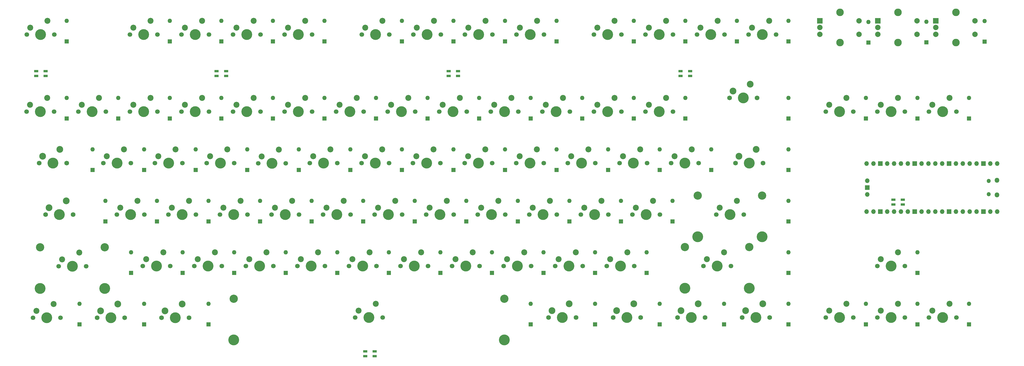
<source format=gbr>
%TF.GenerationSoftware,KiCad,Pcbnew,9.0.0*%
%TF.CreationDate,2025-03-26T17:33:27+05:30*%
%TF.ProjectId,RoyBoard,526f7942-6f61-4726-942e-6b696361645f,rev?*%
%TF.SameCoordinates,Original*%
%TF.FileFunction,Soldermask,Top*%
%TF.FilePolarity,Negative*%
%FSLAX46Y46*%
G04 Gerber Fmt 4.6, Leading zero omitted, Abs format (unit mm)*
G04 Created by KiCad (PCBNEW 9.0.0) date 2025-03-26 17:33:27*
%MOMM*%
%LPD*%
G01*
G04 APERTURE LIST*
%ADD10R,1.600000X0.850000*%
%ADD11C,3.050000*%
%ADD12C,4.000000*%
%ADD13C,1.700000*%
%ADD14C,2.200000*%
%ADD15C,1.750000*%
%ADD16C,2.500000*%
%ADD17R,2.000000X2.000000*%
%ADD18C,2.000000*%
%ADD19C,2.800000*%
%ADD20R,1.600000X1.600000*%
%ADD21O,1.600000X1.600000*%
%ADD22O,1.800000X1.800000*%
%ADD23O,1.500000X1.500000*%
%ADD24O,1.700000X1.700000*%
%ADD25R,1.700000X1.700000*%
G04 APERTURE END LIST*
D10*
%TO.C,D90*%
X171365000Y-162715000D03*
X171365000Y-164465000D03*
X167865000Y-164465000D03*
X167865000Y-162715000D03*
%TD*%
D11*
%TO.C,SW70*%
X119235000Y-143200000D03*
D12*
X119235000Y-158440000D03*
D13*
X164155000Y-150200000D03*
D12*
X169235000Y-150200000D03*
D13*
X174315000Y-150200000D03*
D11*
X219235000Y-143200000D03*
D12*
X219235000Y-158440000D03*
D14*
X171775000Y-145120000D03*
X165425000Y-147660000D03*
%TD*%
D13*
%TO.C,SW10*%
X252340000Y-45405000D03*
D12*
X257420000Y-45405000D03*
D13*
X262500000Y-45405000D03*
D14*
X259960000Y-40325000D03*
X253610000Y-42865000D03*
%TD*%
D15*
%TO.C,SW27*%
X302485000Y-68870000D03*
D12*
X307565000Y-68870000D03*
D15*
X312645000Y-68870000D03*
D16*
X303755000Y-66330000D03*
X310105000Y-63790000D03*
%TD*%
D13*
%TO.C,SW58*%
X123752500Y-131130000D03*
D12*
X128832500Y-131130000D03*
D13*
X133912500Y-131130000D03*
D14*
X131372500Y-126050000D03*
X125022500Y-128590000D03*
%TD*%
D15*
%TO.C,SW73*%
X283267500Y-150140000D03*
D12*
X288347500Y-150140000D03*
D15*
X293427500Y-150140000D03*
D16*
X284537500Y-147600000D03*
X290887500Y-145060000D03*
%TD*%
D10*
%TO.C,D86*%
X46278750Y-58976250D03*
X46278750Y-60726250D03*
X49778750Y-60726250D03*
X49778750Y-58976250D03*
%TD*%
D13*
%TO.C,SW57*%
X104702500Y-131130000D03*
D12*
X109782500Y-131130000D03*
D13*
X114862500Y-131130000D03*
D14*
X112322500Y-126050000D03*
X105972500Y-128590000D03*
%TD*%
D13*
%TO.C,SW61*%
X180902500Y-131130000D03*
D12*
X185982500Y-131130000D03*
D13*
X191062500Y-131130000D03*
D14*
X188522500Y-126050000D03*
X182172500Y-128590000D03*
%TD*%
D13*
%TO.C,SW53*%
X266627500Y-112080000D03*
D12*
X271707500Y-112080000D03*
D13*
X276787500Y-112080000D03*
D14*
X274247500Y-107000000D03*
X267897500Y-109540000D03*
%TD*%
D15*
%TO.C,SW41*%
X304725000Y-92995000D03*
D12*
X309805000Y-92995000D03*
D15*
X314885000Y-92995000D03*
D16*
X305995000Y-90455000D03*
X312345000Y-87915000D03*
%TD*%
D13*
%TO.C,SW80*%
X357115000Y-150180000D03*
D12*
X362195000Y-150180000D03*
D13*
X367275000Y-150180000D03*
D14*
X364735000Y-145100000D03*
X358385000Y-147640000D03*
%TD*%
D13*
%TO.C,SW78*%
X357115000Y-131130000D03*
D12*
X362195000Y-131130000D03*
D13*
X367275000Y-131130000D03*
D14*
X364735000Y-126050000D03*
X358385000Y-128590000D03*
%TD*%
D13*
%TO.C,SW43*%
X76127500Y-112080000D03*
D12*
X81207500Y-112080000D03*
D13*
X86287500Y-112080000D03*
D14*
X83747500Y-107000000D03*
X77397500Y-109540000D03*
%TD*%
D13*
%TO.C,SW40*%
X280895000Y-93025000D03*
D12*
X285975000Y-93025000D03*
D13*
X291055000Y-93025000D03*
D14*
X288515000Y-87945000D03*
X282165000Y-90485000D03*
%TD*%
D13*
%TO.C,SW24*%
X233290000Y-73980000D03*
D12*
X238370000Y-73980000D03*
D13*
X243450000Y-73980000D03*
D14*
X240910000Y-68900000D03*
X234560000Y-71440000D03*
%TD*%
D13*
%TO.C,SW14*%
X42767500Y-73950000D03*
D12*
X47847500Y-73950000D03*
D13*
X52927500Y-73950000D03*
D14*
X50387500Y-68870000D03*
X44037500Y-71410000D03*
%TD*%
D13*
%TO.C,SW46*%
X133277500Y-112080000D03*
D12*
X138357500Y-112080000D03*
D13*
X143437500Y-112080000D03*
D14*
X140897500Y-107000000D03*
X134547500Y-109540000D03*
%TD*%
D13*
%TO.C,SW33*%
X147405000Y-93055000D03*
D12*
X152485000Y-93055000D03*
D13*
X157565000Y-93055000D03*
D14*
X155025000Y-87975000D03*
X148675000Y-90515000D03*
%TD*%
D13*
%TO.C,SW31*%
X109255000Y-93025000D03*
D12*
X114335000Y-93025000D03*
D13*
X119415000Y-93025000D03*
D14*
X116875000Y-87945000D03*
X110525000Y-90485000D03*
%TD*%
D11*
%TO.C,SW54*%
X290735000Y-105080000D03*
D12*
X290735000Y-120320000D03*
D13*
X297555000Y-112080000D03*
D12*
X302635000Y-112080000D03*
D13*
X307715000Y-112080000D03*
D11*
X314535000Y-105080000D03*
D12*
X314535000Y-120320000D03*
D14*
X305175000Y-107000000D03*
X298825000Y-109540000D03*
%TD*%
D13*
%TO.C,SW30*%
X90175000Y-93045000D03*
D12*
X95255000Y-93045000D03*
D13*
X100335000Y-93045000D03*
D14*
X97795000Y-87965000D03*
X91445000Y-90505000D03*
%TD*%
D13*
%TO.C,SW19*%
X138035000Y-74005000D03*
D12*
X143115000Y-74005000D03*
D13*
X148195000Y-74005000D03*
D14*
X145655000Y-68925000D03*
X139305000Y-71465000D03*
%TD*%
D13*
%TO.C,SW47*%
X152327500Y-112080000D03*
D12*
X157407500Y-112080000D03*
D13*
X162487500Y-112080000D03*
D14*
X159947500Y-107000000D03*
X153597500Y-109540000D03*
%TD*%
D17*
%TO.C,SW84*%
X378666250Y-40325000D03*
D18*
X378666250Y-45325000D03*
X378666250Y-42825000D03*
D19*
X386166250Y-37225000D03*
X386166250Y-48425000D03*
D18*
X393166250Y-40325000D03*
X393166250Y-45325000D03*
%TD*%
D13*
%TO.C,SW1*%
X42790000Y-45405000D03*
D12*
X47870000Y-45405000D03*
D13*
X52950000Y-45405000D03*
D14*
X50410000Y-40325000D03*
X44060000Y-42865000D03*
%TD*%
D13*
%TO.C,SW81*%
X376165000Y-150180000D03*
D12*
X381245000Y-150180000D03*
D13*
X386325000Y-150180000D03*
D14*
X383785000Y-145100000D03*
X377435000Y-147640000D03*
%TD*%
D13*
%TO.C,SW75*%
X338065000Y-73980000D03*
D12*
X343145000Y-73980000D03*
D13*
X348225000Y-73980000D03*
D14*
X345685000Y-68900000D03*
X339335000Y-71440000D03*
%TD*%
D10*
%TO.C,D85*%
X362985000Y-106601250D03*
X362985000Y-108351250D03*
X366485000Y-108351250D03*
X366485000Y-106601250D03*
%TD*%
D13*
%TO.C,SW44*%
X95177500Y-112080000D03*
D12*
X100257500Y-112080000D03*
D13*
X105337500Y-112080000D03*
D14*
X102797500Y-107000000D03*
X96447500Y-109540000D03*
%TD*%
D13*
%TO.C,SW25*%
X252340000Y-73980000D03*
D12*
X257420000Y-73980000D03*
D13*
X262500000Y-73980000D03*
D14*
X259960000Y-68900000D03*
X253610000Y-71440000D03*
%TD*%
D13*
%TO.C,SW3*%
X99940000Y-45405000D03*
D12*
X105020000Y-45405000D03*
D13*
X110100000Y-45405000D03*
D14*
X107560000Y-40325000D03*
X101210000Y-42865000D03*
%TD*%
D13*
%TO.C,SW35*%
X185515000Y-93045000D03*
D12*
X190595000Y-93045000D03*
D13*
X195675000Y-93045000D03*
D14*
X193135000Y-87965000D03*
X186785000Y-90505000D03*
%TD*%
D13*
%TO.C,SW56*%
X85652500Y-131130000D03*
D12*
X90732500Y-131130000D03*
D13*
X95812500Y-131130000D03*
D14*
X93272500Y-126050000D03*
X86922500Y-128590000D03*
%TD*%
D13*
%TO.C,SW67*%
X45075000Y-150250000D03*
D12*
X50155000Y-150250000D03*
D13*
X55235000Y-150250000D03*
D14*
X52695000Y-145170000D03*
X46345000Y-147710000D03*
%TD*%
D13*
%TO.C,SW60*%
X161852500Y-131130000D03*
D12*
X166932500Y-131130000D03*
D13*
X172012500Y-131130000D03*
D14*
X169472500Y-126050000D03*
X163122500Y-128590000D03*
%TD*%
D13*
%TO.C,SW7*%
X185665000Y-45405000D03*
D12*
X190745000Y-45405000D03*
D13*
X195825000Y-45405000D03*
D14*
X193285000Y-40325000D03*
X186935000Y-42865000D03*
%TD*%
D13*
%TO.C,SW2*%
X80890000Y-45405000D03*
D12*
X85970000Y-45405000D03*
D13*
X91050000Y-45405000D03*
D14*
X88510000Y-40325000D03*
X82160000Y-42865000D03*
%TD*%
D13*
%TO.C,SW77*%
X376165000Y-73980000D03*
D12*
X381245000Y-73980000D03*
D13*
X386325000Y-73980000D03*
D14*
X383785000Y-68900000D03*
X377435000Y-71440000D03*
%TD*%
D15*
%TO.C,SW72*%
X259487500Y-150160000D03*
D12*
X264567500Y-150160000D03*
D15*
X269647500Y-150160000D03*
D16*
X260757500Y-147620000D03*
X267107500Y-145080000D03*
%TD*%
D15*
%TO.C,SW42*%
X49775000Y-112095000D03*
D12*
X54855000Y-112095000D03*
D15*
X59935000Y-112095000D03*
D16*
X51045000Y-109555000D03*
X57395000Y-107015000D03*
%TD*%
D13*
%TO.C,SW79*%
X338065000Y-150180000D03*
D12*
X343145000Y-150180000D03*
D13*
X348225000Y-150180000D03*
D14*
X345685000Y-145100000D03*
X339335000Y-147640000D03*
%TD*%
D13*
%TO.C,SW13*%
X309490000Y-45405000D03*
D12*
X314570000Y-45405000D03*
D13*
X319650000Y-45405000D03*
D14*
X317110000Y-40325000D03*
X310760000Y-42865000D03*
%TD*%
D15*
%TO.C,SW28*%
X47385000Y-93055000D03*
D12*
X52465000Y-93055000D03*
D15*
X57545000Y-93055000D03*
D16*
X48655000Y-90515000D03*
X55005000Y-87975000D03*
%TD*%
D13*
%TO.C,SW9*%
X223765000Y-45405000D03*
D12*
X228845000Y-45405000D03*
D13*
X233925000Y-45405000D03*
D14*
X231385000Y-40325000D03*
X225035000Y-42865000D03*
%TD*%
D13*
%TO.C,SW18*%
X118990000Y-73980000D03*
D12*
X124070000Y-73980000D03*
D13*
X129150000Y-73980000D03*
D14*
X126610000Y-68900000D03*
X120260000Y-71440000D03*
%TD*%
D13*
%TO.C,SW12*%
X290440000Y-45405000D03*
D12*
X295520000Y-45405000D03*
D13*
X300600000Y-45405000D03*
D14*
X298060000Y-40325000D03*
X291710000Y-42865000D03*
%TD*%
D13*
%TO.C,SW50*%
X209477500Y-112080000D03*
D12*
X214557500Y-112080000D03*
D13*
X219637500Y-112080000D03*
D14*
X217097500Y-107000000D03*
X210747500Y-109540000D03*
%TD*%
D13*
%TO.C,SW63*%
X219002500Y-131130000D03*
D12*
X224082500Y-131130000D03*
D13*
X229162500Y-131130000D03*
D14*
X226622500Y-126050000D03*
X220272500Y-128590000D03*
%TD*%
D13*
%TO.C,SW59*%
X142802500Y-131130000D03*
D12*
X147882500Y-131130000D03*
D13*
X152962500Y-131130000D03*
D14*
X150422500Y-126050000D03*
X144072500Y-128590000D03*
%TD*%
D13*
%TO.C,SW21*%
X176140000Y-73980000D03*
D12*
X181220000Y-73980000D03*
D13*
X186300000Y-73980000D03*
D14*
X183760000Y-68900000D03*
X177410000Y-71440000D03*
%TD*%
D10*
%TO.C,D89*%
X284403750Y-58976250D03*
X284403750Y-60726250D03*
X287903750Y-60726250D03*
X287903750Y-58976250D03*
%TD*%
%TO.C,D88*%
X198678750Y-58976250D03*
X198678750Y-60726250D03*
X202178750Y-60726250D03*
X202178750Y-58976250D03*
%TD*%
D13*
%TO.C,SW16*%
X80890000Y-73980000D03*
D12*
X85970000Y-73980000D03*
D13*
X91050000Y-73980000D03*
D14*
X88510000Y-68900000D03*
X82160000Y-71440000D03*
%TD*%
D13*
%TO.C,SW29*%
X71135000Y-93045000D03*
D12*
X76215000Y-93045000D03*
D13*
X81295000Y-93045000D03*
D14*
X78755000Y-87965000D03*
X72405000Y-90505000D03*
%TD*%
D15*
%TO.C,SW68*%
X68797500Y-150220000D03*
D12*
X73877500Y-150220000D03*
D15*
X78957500Y-150220000D03*
D16*
X70067500Y-147680000D03*
X76417500Y-145140000D03*
%TD*%
D15*
%TO.C,SW74*%
X307107500Y-150150000D03*
D12*
X312187500Y-150150000D03*
D15*
X317267500Y-150150000D03*
D16*
X308377500Y-147610000D03*
X314727500Y-145070000D03*
%TD*%
D13*
%TO.C,SW65*%
X257102500Y-131130000D03*
D12*
X262182500Y-131130000D03*
D13*
X267262500Y-131130000D03*
D14*
X264722500Y-126050000D03*
X258372500Y-128590000D03*
%TD*%
D13*
%TO.C,SW49*%
X190427500Y-112080000D03*
D12*
X195507500Y-112080000D03*
D13*
X200587500Y-112080000D03*
D14*
X198047500Y-107000000D03*
X191697500Y-109540000D03*
%TD*%
D13*
%TO.C,SW34*%
X166475000Y-93055000D03*
D12*
X171555000Y-93055000D03*
D13*
X176635000Y-93055000D03*
D14*
X174095000Y-87975000D03*
X167745000Y-90515000D03*
%TD*%
D13*
%TO.C,SW37*%
X223675000Y-93035000D03*
D12*
X228755000Y-93035000D03*
D13*
X233835000Y-93035000D03*
D14*
X231295000Y-87955000D03*
X224945000Y-90495000D03*
%TD*%
D13*
%TO.C,SW38*%
X242735000Y-93035000D03*
D12*
X247815000Y-93035000D03*
D13*
X252895000Y-93035000D03*
D14*
X250355000Y-87955000D03*
X244005000Y-90495000D03*
%TD*%
D13*
%TO.C,SW45*%
X114227500Y-112080000D03*
D12*
X119307500Y-112080000D03*
D13*
X124387500Y-112080000D03*
D14*
X121847500Y-107000000D03*
X115497500Y-109540000D03*
%TD*%
D11*
%TO.C,SW66*%
X285975000Y-124120000D03*
D12*
X285975000Y-139360000D03*
D13*
X292795000Y-131120000D03*
D12*
X297875000Y-131120000D03*
D13*
X302955000Y-131120000D03*
D11*
X309775000Y-124120000D03*
D12*
X309775000Y-139360000D03*
D14*
X300415000Y-126040000D03*
X294065000Y-128580000D03*
%TD*%
D13*
%TO.C,SW17*%
X99940000Y-73980000D03*
D12*
X105020000Y-73980000D03*
D13*
X110100000Y-73980000D03*
D14*
X107560000Y-68900000D03*
X101210000Y-71440000D03*
%TD*%
D13*
%TO.C,SW64*%
X238052500Y-131130000D03*
D12*
X243132500Y-131130000D03*
D13*
X248212500Y-131130000D03*
D14*
X245672500Y-126050000D03*
X239322500Y-128590000D03*
%TD*%
D10*
%TO.C,D87*%
X112953750Y-58976250D03*
X112953750Y-60726250D03*
X116453750Y-60726250D03*
X116453750Y-58976250D03*
%TD*%
D17*
%TO.C,SW83*%
X357235000Y-40325000D03*
D18*
X357235000Y-45325000D03*
X357235000Y-42825000D03*
D19*
X364735000Y-37225000D03*
X364735000Y-48425000D03*
D18*
X371735000Y-40325000D03*
X371735000Y-45325000D03*
%TD*%
D13*
%TO.C,SW6*%
X166615000Y-45405000D03*
D12*
X171695000Y-45405000D03*
D13*
X176775000Y-45405000D03*
D14*
X174235000Y-40325000D03*
X167885000Y-42865000D03*
%TD*%
D13*
%TO.C,SW15*%
X61840000Y-73980000D03*
D12*
X66920000Y-73980000D03*
D13*
X72000000Y-73980000D03*
D14*
X69460000Y-68900000D03*
X63110000Y-71440000D03*
%TD*%
D13*
%TO.C,SW26*%
X271390000Y-73980000D03*
D12*
X276470000Y-73980000D03*
D13*
X281550000Y-73980000D03*
D14*
X279010000Y-68900000D03*
X272660000Y-71440000D03*
%TD*%
D13*
%TO.C,SW8*%
X204715000Y-45405000D03*
D12*
X209795000Y-45405000D03*
D13*
X214875000Y-45405000D03*
D14*
X212335000Y-40325000D03*
X205985000Y-42865000D03*
%TD*%
D15*
%TO.C,SW69*%
X92637500Y-150220000D03*
D12*
X97717500Y-150220000D03*
D15*
X102797500Y-150220000D03*
D16*
X93907500Y-147680000D03*
X100257500Y-145140000D03*
%TD*%
D13*
%TO.C,SW48*%
X171377500Y-112080000D03*
D12*
X176457500Y-112080000D03*
D13*
X181537500Y-112080000D03*
D14*
X178997500Y-107000000D03*
X172647500Y-109540000D03*
%TD*%
D13*
%TO.C,SW39*%
X261825000Y-93025000D03*
D12*
X266905000Y-93025000D03*
D13*
X271985000Y-93025000D03*
D14*
X269445000Y-87945000D03*
X263095000Y-90485000D03*
%TD*%
D13*
%TO.C,SW4*%
X118990000Y-45405000D03*
D12*
X124070000Y-45405000D03*
D13*
X129150000Y-45405000D03*
D14*
X126610000Y-40325000D03*
X120260000Y-42865000D03*
%TD*%
D15*
%TO.C,SW71*%
X235637500Y-150180000D03*
D12*
X240717500Y-150180000D03*
D15*
X245797500Y-150180000D03*
D16*
X236907500Y-147640000D03*
X243257500Y-145100000D03*
%TD*%
D13*
%TO.C,SW52*%
X247577500Y-112080000D03*
D12*
X252657500Y-112080000D03*
D13*
X257737500Y-112080000D03*
D14*
X255197500Y-107000000D03*
X248847500Y-109540000D03*
%TD*%
D13*
%TO.C,SW23*%
X214240000Y-73980000D03*
D12*
X219320000Y-73980000D03*
D13*
X224400000Y-73980000D03*
D14*
X221860000Y-68900000D03*
X215510000Y-71440000D03*
%TD*%
D13*
%TO.C,SW76*%
X357115000Y-73980000D03*
D12*
X362195000Y-73980000D03*
D13*
X367275000Y-73980000D03*
D14*
X364735000Y-68900000D03*
X358385000Y-71440000D03*
%TD*%
D17*
%TO.C,SW82*%
X335803750Y-40325000D03*
D18*
X335803750Y-45325000D03*
X335803750Y-42825000D03*
D19*
X343303750Y-37225000D03*
X343303750Y-48425000D03*
D18*
X350303750Y-40325000D03*
X350303750Y-45325000D03*
%TD*%
D13*
%TO.C,SW22*%
X195190000Y-73980000D03*
D12*
X200270000Y-73980000D03*
D13*
X205350000Y-73980000D03*
D14*
X202810000Y-68900000D03*
X196460000Y-71440000D03*
%TD*%
D13*
%TO.C,SW62*%
X199952500Y-131130000D03*
D12*
X205032500Y-131130000D03*
D13*
X210112500Y-131130000D03*
D14*
X207572500Y-126050000D03*
X201222500Y-128590000D03*
%TD*%
D13*
%TO.C,SW51*%
X228527500Y-112080000D03*
D12*
X233607500Y-112080000D03*
D13*
X238687500Y-112080000D03*
D14*
X236147500Y-107000000D03*
X229797500Y-109540000D03*
%TD*%
D13*
%TO.C,SW20*%
X157090000Y-73980000D03*
D12*
X162170000Y-73980000D03*
D13*
X167250000Y-73980000D03*
D14*
X164710000Y-68900000D03*
X158360000Y-71440000D03*
%TD*%
D11*
%TO.C,SW55*%
X47765000Y-124200000D03*
D12*
X47765000Y-139440000D03*
D13*
X54585000Y-131200000D03*
D12*
X59665000Y-131200000D03*
D13*
X64745000Y-131200000D03*
D11*
X71565000Y-124200000D03*
D12*
X71565000Y-139440000D03*
D14*
X62205000Y-126120000D03*
X55855000Y-128660000D03*
%TD*%
D13*
%TO.C,SW36*%
X204585000Y-93045000D03*
D12*
X209665000Y-93045000D03*
D13*
X214745000Y-93045000D03*
D14*
X212205000Y-87965000D03*
X205855000Y-90505000D03*
%TD*%
D13*
%TO.C,SW11*%
X271390000Y-45405000D03*
D12*
X276470000Y-45405000D03*
D13*
X281550000Y-45405000D03*
D14*
X279010000Y-40325000D03*
X272660000Y-42865000D03*
%TD*%
D13*
%TO.C,SW5*%
X138040000Y-45405000D03*
D12*
X143120000Y-45405000D03*
D13*
X148200000Y-45405000D03*
D14*
X145660000Y-40325000D03*
X139310000Y-42865000D03*
%TD*%
D13*
%TO.C,SW32*%
X128325000Y-93065000D03*
D12*
X133405000Y-93065000D03*
D13*
X138485000Y-93065000D03*
D14*
X135945000Y-87985000D03*
X129595000Y-90525000D03*
%TD*%
D20*
%TO.C,D53*%
X281391250Y-114620000D03*
D21*
X281391250Y-107000000D03*
%TD*%
D20*
%TO.C,D73*%
X300441250Y-152720000D03*
D21*
X300441250Y-145100000D03*
%TD*%
D20*
%TO.C,D2*%
X95653750Y-47945000D03*
D21*
X95653750Y-40325000D03*
%TD*%
D20*
%TO.C,D61*%
X195666250Y-133670000D03*
D21*
X195666250Y-126050000D03*
%TD*%
D20*
%TO.C,D15*%
X76603750Y-76520000D03*
D21*
X76603750Y-68900000D03*
%TD*%
D20*
%TO.C,D39*%
X276628750Y-95570000D03*
D21*
X276628750Y-87950000D03*
%TD*%
D20*
%TO.C,D81*%
X390928750Y-152720000D03*
D21*
X390928750Y-145100000D03*
%TD*%
D20*
%TO.C,D5*%
X152803750Y-47945000D03*
D21*
X152803750Y-40325000D03*
%TD*%
D20*
%TO.C,D44*%
X109941250Y-114620000D03*
D21*
X109941250Y-107000000D03*
%TD*%
D20*
%TO.C,D8*%
X219478750Y-47945000D03*
D21*
X219478750Y-40325000D03*
%TD*%
D20*
%TO.C,D21*%
X190903750Y-76520000D03*
D21*
X190903750Y-68900000D03*
%TD*%
D20*
%TO.C,D77*%
X390928750Y-76520000D03*
D21*
X390928750Y-68900000D03*
%TD*%
D20*
%TO.C,D1*%
X57553750Y-47945000D03*
D21*
X57553750Y-40325000D03*
%TD*%
D20*
%TO.C,D35*%
X200428750Y-95570000D03*
D21*
X200428750Y-87950000D03*
%TD*%
D20*
%TO.C,D10*%
X267103750Y-47945000D03*
D21*
X267103750Y-40325000D03*
%TD*%
D20*
%TO.C,D41*%
X324253750Y-95570000D03*
D21*
X324253750Y-87950000D03*
%TD*%
D20*
%TO.C,D42*%
X71841250Y-114620000D03*
D21*
X71841250Y-107000000D03*
%TD*%
D20*
%TO.C,D23*%
X229003750Y-76520000D03*
D21*
X229003750Y-68900000D03*
%TD*%
D20*
%TO.C,D40*%
X295678750Y-95570000D03*
D21*
X295678750Y-87950000D03*
%TD*%
D20*
%TO.C,D58*%
X138516250Y-133670000D03*
D21*
X138516250Y-126050000D03*
%TD*%
D20*
%TO.C,D60*%
X176616250Y-133670000D03*
D21*
X176616250Y-126050000D03*
%TD*%
D20*
%TO.C,D52*%
X262341250Y-114620000D03*
D21*
X262341250Y-107000000D03*
%TD*%
D20*
%TO.C,D32*%
X143278750Y-95570000D03*
D21*
X143278750Y-87950000D03*
%TD*%
D20*
%TO.C,D74*%
X324253750Y-152720000D03*
D21*
X324253750Y-145100000D03*
%TD*%
D20*
%TO.C,D26*%
X286153750Y-76520000D03*
D21*
X286153750Y-68900000D03*
%TD*%
D20*
%TO.C,D64*%
X252816250Y-133670000D03*
D21*
X252816250Y-126050000D03*
%TD*%
D20*
%TO.C,D17*%
X114703750Y-76520000D03*
D21*
X114703750Y-68900000D03*
%TD*%
D20*
%TO.C,D6*%
X181378750Y-47945000D03*
D21*
X181378750Y-40325000D03*
%TD*%
D20*
%TO.C,D27*%
X324253750Y-76520000D03*
D21*
X324253750Y-68900000D03*
%TD*%
D20*
%TO.C,D62*%
X214716250Y-133670000D03*
D21*
X214716250Y-126050000D03*
%TD*%
D20*
%TO.C,D12*%
X305203750Y-47945000D03*
D21*
X305203750Y-40325000D03*
%TD*%
D20*
%TO.C,D84*%
X396685000Y-48100000D03*
D21*
X396685000Y-40480000D03*
%TD*%
D20*
%TO.C,D20*%
X171853750Y-76520000D03*
D21*
X171853750Y-68900000D03*
%TD*%
D20*
%TO.C,D63*%
X233766250Y-133670000D03*
D21*
X233766250Y-126050000D03*
%TD*%
D20*
%TO.C,D38*%
X257578750Y-95570000D03*
D21*
X257578750Y-87950000D03*
%TD*%
D20*
%TO.C,D78*%
X371878750Y-133670000D03*
D21*
X371878750Y-126050000D03*
%TD*%
D20*
%TO.C,D67*%
X62316250Y-152720000D03*
D21*
X62316250Y-145100000D03*
%TD*%
D20*
%TO.C,D83*%
X353755000Y-48370000D03*
D21*
X353755000Y-40750000D03*
%TD*%
D20*
%TO.C,D22*%
X209953750Y-76520000D03*
D21*
X209953750Y-68900000D03*
%TD*%
D20*
%TO.C,D19*%
X152803750Y-76520000D03*
D21*
X152803750Y-68900000D03*
%TD*%
D20*
%TO.C,D51*%
X243291250Y-114620000D03*
D21*
X243291250Y-107000000D03*
%TD*%
D20*
%TO.C,D76*%
X371878750Y-76520000D03*
D21*
X371878750Y-68900000D03*
%TD*%
D20*
%TO.C,D47*%
X167091250Y-114620000D03*
D21*
X167091250Y-107000000D03*
%TD*%
D20*
%TO.C,D33*%
X162328750Y-95570000D03*
D21*
X162328750Y-87950000D03*
%TD*%
D20*
%TO.C,D18*%
X133753750Y-76520000D03*
D21*
X133753750Y-68900000D03*
%TD*%
D20*
%TO.C,D59*%
X157566250Y-133670000D03*
D21*
X157566250Y-126050000D03*
%TD*%
D20*
%TO.C,D55*%
X81366250Y-133670000D03*
D21*
X81366250Y-126050000D03*
%TD*%
D20*
%TO.C,D50*%
X224241250Y-114620000D03*
D21*
X224241250Y-107000000D03*
%TD*%
D20*
%TO.C,D49*%
X205191250Y-114620000D03*
D21*
X205191250Y-107000000D03*
%TD*%
D20*
%TO.C,D68*%
X86128750Y-152720000D03*
D21*
X86128750Y-145100000D03*
%TD*%
D20*
%TO.C,D7*%
X200428750Y-47945000D03*
D21*
X200428750Y-40325000D03*
%TD*%
D20*
%TO.C,D3*%
X114703750Y-47945000D03*
D21*
X114703750Y-40325000D03*
%TD*%
D20*
%TO.C,D71*%
X252816250Y-152720000D03*
D21*
X252816250Y-145100000D03*
%TD*%
D20*
%TO.C,D57*%
X119466250Y-133670000D03*
D21*
X119466250Y-126050000D03*
%TD*%
D20*
%TO.C,D75*%
X352828750Y-76520000D03*
D21*
X352828750Y-68900000D03*
%TD*%
D20*
%TO.C,D54*%
X324253750Y-114620000D03*
D21*
X324253750Y-107000000D03*
%TD*%
D20*
%TO.C,D9*%
X238528750Y-47945000D03*
D21*
X238528750Y-40325000D03*
%TD*%
D20*
%TO.C,D25*%
X267103750Y-76520000D03*
D21*
X267103750Y-68900000D03*
%TD*%
D20*
%TO.C,D11*%
X286153750Y-47945000D03*
D21*
X286153750Y-40325000D03*
%TD*%
D20*
%TO.C,D16*%
X95653750Y-76520000D03*
D21*
X95653750Y-68900000D03*
%TD*%
D20*
%TO.C,D46*%
X148041250Y-114620000D03*
D21*
X148041250Y-107000000D03*
%TD*%
D20*
%TO.C,D37*%
X238528750Y-95570000D03*
D21*
X238528750Y-87950000D03*
%TD*%
D20*
%TO.C,D65*%
X271866250Y-133670000D03*
D21*
X271866250Y-126050000D03*
%TD*%
D20*
%TO.C,D43*%
X90891250Y-114620000D03*
D21*
X90891250Y-107000000D03*
%TD*%
D20*
%TO.C,D66*%
X324253750Y-133670000D03*
D21*
X324253750Y-126050000D03*
%TD*%
D20*
%TO.C,D29*%
X86128750Y-95570000D03*
D21*
X86128750Y-87950000D03*
%TD*%
D20*
%TO.C,D14*%
X57553750Y-76520000D03*
D21*
X57553750Y-68900000D03*
%TD*%
D20*
%TO.C,D70*%
X229003750Y-152720000D03*
D21*
X229003750Y-145100000D03*
%TD*%
D20*
%TO.C,D31*%
X124228750Y-95570000D03*
D21*
X124228750Y-87950000D03*
%TD*%
D20*
%TO.C,D56*%
X100416250Y-133670000D03*
D21*
X100416250Y-126050000D03*
%TD*%
D20*
%TO.C,D82*%
X375175000Y-48310000D03*
D21*
X375175000Y-40690000D03*
%TD*%
D20*
%TO.C,D69*%
X109941250Y-152720000D03*
D21*
X109941250Y-145100000D03*
%TD*%
D20*
%TO.C,D72*%
X276628750Y-152720000D03*
D21*
X276628750Y-145100000D03*
%TD*%
D20*
%TO.C,D45*%
X128991250Y-114620000D03*
D21*
X128991250Y-107000000D03*
%TD*%
D20*
%TO.C,D48*%
X186141250Y-114620000D03*
D21*
X186141250Y-107000000D03*
%TD*%
D20*
%TO.C,D36*%
X219478750Y-95570000D03*
D21*
X219478750Y-87950000D03*
%TD*%
D20*
%TO.C,D4*%
X133753750Y-47945000D03*
D21*
X133753750Y-40325000D03*
%TD*%
D20*
%TO.C,D28*%
X67078750Y-95570000D03*
D21*
X67078750Y-87950000D03*
%TD*%
D20*
%TO.C,D30*%
X105178750Y-95570000D03*
D21*
X105178750Y-87950000D03*
%TD*%
D20*
%TO.C,D13*%
X324253750Y-47945000D03*
D21*
X324253750Y-40325000D03*
%TD*%
D20*
%TO.C,D24*%
X248053750Y-76520000D03*
D21*
X248053750Y-68900000D03*
%TD*%
D22*
%TO.C,U1*%
X401276250Y-104803750D03*
D23*
X398246250Y-104503750D03*
X398246250Y-99653750D03*
D22*
X401276250Y-99353750D03*
D24*
X401406250Y-110968750D03*
X398866250Y-110968750D03*
D25*
X396326250Y-110968750D03*
D24*
X393786250Y-110968750D03*
X391246250Y-110968750D03*
X388706250Y-110968750D03*
X386166250Y-110968750D03*
D25*
X383626250Y-110968750D03*
D24*
X381086250Y-110968750D03*
X378546250Y-110968750D03*
X376006250Y-110968750D03*
X373466250Y-110968750D03*
D25*
X370926250Y-110968750D03*
D24*
X368386250Y-110968750D03*
X365846250Y-110968750D03*
X363306250Y-110968750D03*
X360766250Y-110968750D03*
D25*
X358226250Y-110968750D03*
D24*
X355686250Y-110968750D03*
X353146250Y-110968750D03*
X353146250Y-93188750D03*
X355686250Y-93188750D03*
D25*
X358226250Y-93188750D03*
D24*
X360766250Y-93188750D03*
X363306250Y-93188750D03*
X365846250Y-93188750D03*
X368386250Y-93188750D03*
D25*
X370926250Y-93188750D03*
D24*
X373466250Y-93188750D03*
X376006250Y-93188750D03*
X378546250Y-93188750D03*
X381086250Y-93188750D03*
D25*
X383626250Y-93188750D03*
D24*
X386166250Y-93188750D03*
X388706250Y-93188750D03*
X391246250Y-93188750D03*
X393786250Y-93188750D03*
D25*
X396326250Y-93188750D03*
D24*
X398866250Y-93188750D03*
X401406250Y-93188750D03*
X353376250Y-104618750D03*
D25*
X353376250Y-102078750D03*
D24*
X353376250Y-99538750D03*
%TD*%
D20*
%TO.C,D34*%
X181378750Y-95570000D03*
D21*
X181378750Y-87950000D03*
%TD*%
D20*
%TO.C,D79*%
X352828750Y-152720000D03*
D21*
X352828750Y-145100000D03*
%TD*%
D20*
%TO.C,D80*%
X371878750Y-152720000D03*
D21*
X371878750Y-145100000D03*
%TD*%
M02*

</source>
